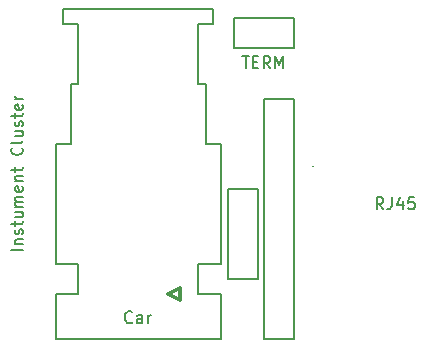
<source format=gto>
G04 #@! TF.FileFunction,Legend,Top*
%FSLAX46Y46*%
G04 Gerber Fmt 4.6, Leading zero omitted, Abs format (unit mm)*
G04 Created by KiCad (PCBNEW 4.0.2-stable) date Mittwoch, 01. Februar 2017 'u37' 22:37:39*
%MOMM*%
G01*
G04 APERTURE LIST*
%ADD10C,0.100000*%
%ADD11C,0.150000*%
%ADD12C,0.300000*%
G04 APERTURE END LIST*
D10*
D11*
X32975000Y-51550000D02*
X46945000Y-51550000D01*
X46945000Y-51550000D02*
X46945000Y-47740000D01*
X46945000Y-47740000D02*
X45040000Y-47740000D01*
X45040000Y-47740000D02*
X45040000Y-45200000D01*
X45040000Y-45200000D02*
X46945000Y-45200000D01*
X46945000Y-45200000D02*
X46945000Y-35040000D01*
X46945000Y-35040000D02*
X45675000Y-35040000D01*
X45675000Y-35040000D02*
X45675000Y-29960000D01*
X45675000Y-29960000D02*
X45040000Y-29960000D01*
X45040000Y-29960000D02*
X45040000Y-24880000D01*
X45040000Y-24880000D02*
X46310000Y-24880000D01*
X46310000Y-24880000D02*
X46310000Y-23610000D01*
X46310000Y-23610000D02*
X33610000Y-23610000D01*
X33610000Y-23610000D02*
X33610000Y-24880000D01*
X33610000Y-24880000D02*
X34880000Y-24880000D01*
X34880000Y-24880000D02*
X34880000Y-29960000D01*
X34880000Y-29960000D02*
X34245000Y-29960000D01*
X34245000Y-29960000D02*
X34245000Y-35040000D01*
X34245000Y-35040000D02*
X32975000Y-35040000D01*
X32975000Y-35040000D02*
X32975000Y-45200000D01*
X32975000Y-45200000D02*
X34880000Y-45200000D01*
X34880000Y-45200000D02*
X34880000Y-47740000D01*
X34880000Y-47740000D02*
X32975000Y-47740000D01*
X32975000Y-47740000D02*
X32975000Y-51550000D01*
D12*
X42500000Y-47740000D02*
X43516000Y-47232000D01*
X43516000Y-47232000D02*
X43516000Y-48248000D01*
X43516000Y-48248000D02*
X42500000Y-47740000D01*
D11*
X54737000Y-36957000D02*
X54737000Y-36957000D01*
X50546000Y-24384000D02*
X48006000Y-24384000D01*
X48006000Y-24384000D02*
X48006000Y-26924000D01*
X48006000Y-26924000D02*
X50546000Y-26924000D01*
X53086000Y-24384000D02*
X50546000Y-24384000D01*
X50546000Y-26924000D02*
X53086000Y-26924000D01*
X53086000Y-26924000D02*
X53086000Y-24384000D01*
X50038000Y-43942000D02*
X50038000Y-46482000D01*
X50038000Y-46482000D02*
X47498000Y-46482000D01*
X47498000Y-46482000D02*
X47498000Y-43942000D01*
X50038000Y-43942000D02*
X50038000Y-38862000D01*
X50038000Y-38862000D02*
X47498000Y-38862000D01*
X47498000Y-38862000D02*
X47498000Y-43942000D01*
X53086000Y-33782000D02*
X53086000Y-31242000D01*
X53086000Y-31242000D02*
X50546000Y-31242000D01*
X50546000Y-31242000D02*
X50546000Y-33782000D01*
X53086000Y-33782000D02*
X53086000Y-51562000D01*
X53086000Y-51562000D02*
X50546000Y-51562000D01*
X50546000Y-51562000D02*
X50546000Y-33782000D01*
X39425619Y-50141143D02*
X39378000Y-50188762D01*
X39235143Y-50236381D01*
X39139905Y-50236381D01*
X38997047Y-50188762D01*
X38901809Y-50093524D01*
X38854190Y-49998286D01*
X38806571Y-49807810D01*
X38806571Y-49664952D01*
X38854190Y-49474476D01*
X38901809Y-49379238D01*
X38997047Y-49284000D01*
X39139905Y-49236381D01*
X39235143Y-49236381D01*
X39378000Y-49284000D01*
X39425619Y-49331619D01*
X40282762Y-50236381D02*
X40282762Y-49712571D01*
X40235143Y-49617333D01*
X40139905Y-49569714D01*
X39949428Y-49569714D01*
X39854190Y-49617333D01*
X40282762Y-50188762D02*
X40187524Y-50236381D01*
X39949428Y-50236381D01*
X39854190Y-50188762D01*
X39806571Y-50093524D01*
X39806571Y-49998286D01*
X39854190Y-49903048D01*
X39949428Y-49855429D01*
X40187524Y-49855429D01*
X40282762Y-49807810D01*
X40758952Y-50236381D02*
X40758952Y-49569714D01*
X40758952Y-49760190D02*
X40806571Y-49664952D01*
X40854190Y-49617333D01*
X40949428Y-49569714D01*
X41044667Y-49569714D01*
X60698191Y-40584381D02*
X60364857Y-40108190D01*
X60126762Y-40584381D02*
X60126762Y-39584381D01*
X60507715Y-39584381D01*
X60602953Y-39632000D01*
X60650572Y-39679619D01*
X60698191Y-39774857D01*
X60698191Y-39917714D01*
X60650572Y-40012952D01*
X60602953Y-40060571D01*
X60507715Y-40108190D01*
X60126762Y-40108190D01*
X61412477Y-39584381D02*
X61412477Y-40298667D01*
X61364857Y-40441524D01*
X61269619Y-40536762D01*
X61126762Y-40584381D01*
X61031524Y-40584381D01*
X62317239Y-39917714D02*
X62317239Y-40584381D01*
X62079143Y-39536762D02*
X61841048Y-40251048D01*
X62460096Y-40251048D01*
X63317239Y-39584381D02*
X62841048Y-39584381D01*
X62793429Y-40060571D01*
X62841048Y-40012952D01*
X62936286Y-39965333D01*
X63174382Y-39965333D01*
X63269620Y-40012952D01*
X63317239Y-40060571D01*
X63364858Y-40155810D01*
X63364858Y-40393905D01*
X63317239Y-40489143D01*
X63269620Y-40536762D01*
X63174382Y-40584381D01*
X62936286Y-40584381D01*
X62841048Y-40536762D01*
X62793429Y-40489143D01*
X48736476Y-27646381D02*
X49307905Y-27646381D01*
X49022190Y-28646381D02*
X49022190Y-27646381D01*
X49641238Y-28122571D02*
X49974572Y-28122571D01*
X50117429Y-28646381D02*
X49641238Y-28646381D01*
X49641238Y-27646381D01*
X50117429Y-27646381D01*
X51117429Y-28646381D02*
X50784095Y-28170190D01*
X50546000Y-28646381D02*
X50546000Y-27646381D01*
X50926953Y-27646381D01*
X51022191Y-27694000D01*
X51069810Y-27741619D01*
X51117429Y-27836857D01*
X51117429Y-27979714D01*
X51069810Y-28074952D01*
X51022191Y-28122571D01*
X50926953Y-28170190D01*
X50546000Y-28170190D01*
X51546000Y-28646381D02*
X51546000Y-27646381D01*
X51879334Y-28360667D01*
X52212667Y-27646381D01*
X52212667Y-28646381D01*
X30170381Y-44044382D02*
X29170381Y-44044382D01*
X29503714Y-43568192D02*
X30170381Y-43568192D01*
X29598952Y-43568192D02*
X29551333Y-43520573D01*
X29503714Y-43425335D01*
X29503714Y-43282477D01*
X29551333Y-43187239D01*
X29646571Y-43139620D01*
X30170381Y-43139620D01*
X30122762Y-42711049D02*
X30170381Y-42615811D01*
X30170381Y-42425335D01*
X30122762Y-42330096D01*
X30027524Y-42282477D01*
X29979905Y-42282477D01*
X29884667Y-42330096D01*
X29837048Y-42425335D01*
X29837048Y-42568192D01*
X29789429Y-42663430D01*
X29694190Y-42711049D01*
X29646571Y-42711049D01*
X29551333Y-42663430D01*
X29503714Y-42568192D01*
X29503714Y-42425335D01*
X29551333Y-42330096D01*
X29503714Y-41996763D02*
X29503714Y-41615811D01*
X29170381Y-41853906D02*
X30027524Y-41853906D01*
X30122762Y-41806287D01*
X30170381Y-41711049D01*
X30170381Y-41615811D01*
X29503714Y-40853905D02*
X30170381Y-40853905D01*
X29503714Y-41282477D02*
X30027524Y-41282477D01*
X30122762Y-41234858D01*
X30170381Y-41139620D01*
X30170381Y-40996762D01*
X30122762Y-40901524D01*
X30075143Y-40853905D01*
X30170381Y-40377715D02*
X29503714Y-40377715D01*
X29598952Y-40377715D02*
X29551333Y-40330096D01*
X29503714Y-40234858D01*
X29503714Y-40092000D01*
X29551333Y-39996762D01*
X29646571Y-39949143D01*
X30170381Y-39949143D01*
X29646571Y-39949143D02*
X29551333Y-39901524D01*
X29503714Y-39806286D01*
X29503714Y-39663429D01*
X29551333Y-39568191D01*
X29646571Y-39520572D01*
X30170381Y-39520572D01*
X30122762Y-38663429D02*
X30170381Y-38758667D01*
X30170381Y-38949144D01*
X30122762Y-39044382D01*
X30027524Y-39092001D01*
X29646571Y-39092001D01*
X29551333Y-39044382D01*
X29503714Y-38949144D01*
X29503714Y-38758667D01*
X29551333Y-38663429D01*
X29646571Y-38615810D01*
X29741810Y-38615810D01*
X29837048Y-39092001D01*
X29503714Y-38187239D02*
X30170381Y-38187239D01*
X29598952Y-38187239D02*
X29551333Y-38139620D01*
X29503714Y-38044382D01*
X29503714Y-37901524D01*
X29551333Y-37806286D01*
X29646571Y-37758667D01*
X30170381Y-37758667D01*
X29503714Y-37425334D02*
X29503714Y-37044382D01*
X29170381Y-37282477D02*
X30027524Y-37282477D01*
X30122762Y-37234858D01*
X30170381Y-37139620D01*
X30170381Y-37044382D01*
X30075143Y-35377714D02*
X30122762Y-35425333D01*
X30170381Y-35568190D01*
X30170381Y-35663428D01*
X30122762Y-35806286D01*
X30027524Y-35901524D01*
X29932286Y-35949143D01*
X29741810Y-35996762D01*
X29598952Y-35996762D01*
X29408476Y-35949143D01*
X29313238Y-35901524D01*
X29218000Y-35806286D01*
X29170381Y-35663428D01*
X29170381Y-35568190D01*
X29218000Y-35425333D01*
X29265619Y-35377714D01*
X30170381Y-34806286D02*
X30122762Y-34901524D01*
X30027524Y-34949143D01*
X29170381Y-34949143D01*
X29503714Y-33996761D02*
X30170381Y-33996761D01*
X29503714Y-34425333D02*
X30027524Y-34425333D01*
X30122762Y-34377714D01*
X30170381Y-34282476D01*
X30170381Y-34139618D01*
X30122762Y-34044380D01*
X30075143Y-33996761D01*
X30122762Y-33568190D02*
X30170381Y-33472952D01*
X30170381Y-33282476D01*
X30122762Y-33187237D01*
X30027524Y-33139618D01*
X29979905Y-33139618D01*
X29884667Y-33187237D01*
X29837048Y-33282476D01*
X29837048Y-33425333D01*
X29789429Y-33520571D01*
X29694190Y-33568190D01*
X29646571Y-33568190D01*
X29551333Y-33520571D01*
X29503714Y-33425333D01*
X29503714Y-33282476D01*
X29551333Y-33187237D01*
X29503714Y-32853904D02*
X29503714Y-32472952D01*
X29170381Y-32711047D02*
X30027524Y-32711047D01*
X30122762Y-32663428D01*
X30170381Y-32568190D01*
X30170381Y-32472952D01*
X30122762Y-31758665D02*
X30170381Y-31853903D01*
X30170381Y-32044380D01*
X30122762Y-32139618D01*
X30027524Y-32187237D01*
X29646571Y-32187237D01*
X29551333Y-32139618D01*
X29503714Y-32044380D01*
X29503714Y-31853903D01*
X29551333Y-31758665D01*
X29646571Y-31711046D01*
X29741810Y-31711046D01*
X29837048Y-32187237D01*
X30170381Y-31282475D02*
X29503714Y-31282475D01*
X29694190Y-31282475D02*
X29598952Y-31234856D01*
X29551333Y-31187237D01*
X29503714Y-31091999D01*
X29503714Y-30996760D01*
M02*

</source>
